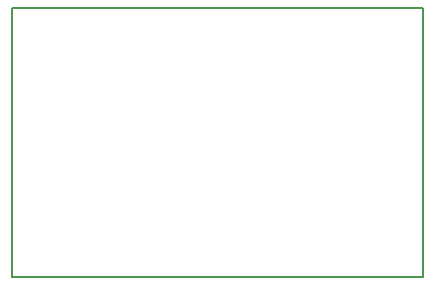
<source format=gm1>
G04 MADE WITH FRITZING*
G04 WWW.FRITZING.ORG*
G04 DOUBLE SIDED*
G04 HOLES PLATED*
G04 CONTOUR ON CENTER OF CONTOUR VECTOR*
%ASAXBY*%
%FSLAX23Y23*%
%MOIN*%
%OFA0B0*%
%SFA1.0B1.0*%
%ADD10R,1.379250X0.905386*%
%ADD11C,0.008000*%
%ADD10C,0.008*%
%LNCONTOUR*%
G90*
G70*
G54D10*
G54D11*
X4Y901D02*
X1375Y901D01*
X1375Y4D01*
X4Y4D01*
X4Y901D01*
D02*
G04 End of contour*
M02*
</source>
